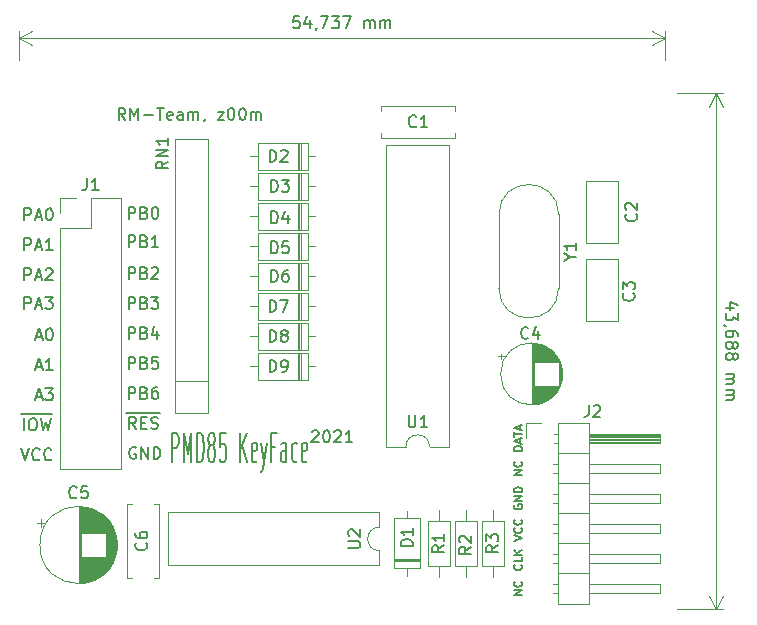
<source format=gbr>
%TF.GenerationSoftware,KiCad,Pcbnew,(5.1.9)-1*%
%TF.CreationDate,2021-05-20T14:53:22+02:00*%
%TF.ProjectId,pmd-keyface,706d642d-6b65-4796-9661-63652e6b6963,rev?*%
%TF.SameCoordinates,Original*%
%TF.FileFunction,Legend,Top*%
%TF.FilePolarity,Positive*%
%FSLAX46Y46*%
G04 Gerber Fmt 4.6, Leading zero omitted, Abs format (unit mm)*
G04 Created by KiCad (PCBNEW (5.1.9)-1) date 2021-05-20 14:53:22*
%MOMM*%
%LPD*%
G01*
G04 APERTURE LIST*
%ADD10C,0.150000*%
%ADD11C,0.120000*%
G04 APERTURE END LIST*
D10*
X120077666Y-94530000D02*
X119377666Y-94530000D01*
X120077666Y-94130000D01*
X119377666Y-94130000D01*
X120011000Y-93396666D02*
X120044333Y-93430000D01*
X120077666Y-93530000D01*
X120077666Y-93596666D01*
X120044333Y-93696666D01*
X119977666Y-93763333D01*
X119911000Y-93796666D01*
X119777666Y-93830000D01*
X119677666Y-93830000D01*
X119544333Y-93796666D01*
X119477666Y-93763333D01*
X119411000Y-93696666D01*
X119377666Y-93596666D01*
X119377666Y-93530000D01*
X119411000Y-93430000D01*
X119444333Y-93396666D01*
X120077666Y-84370000D02*
X119377666Y-84370000D01*
X120077666Y-83970000D01*
X119377666Y-83970000D01*
X120011000Y-83236666D02*
X120044333Y-83270000D01*
X120077666Y-83370000D01*
X120077666Y-83436666D01*
X120044333Y-83536666D01*
X119977666Y-83603333D01*
X119911000Y-83636666D01*
X119777666Y-83670000D01*
X119677666Y-83670000D01*
X119544333Y-83636666D01*
X119477666Y-83603333D01*
X119411000Y-83536666D01*
X119377666Y-83436666D01*
X119377666Y-83370000D01*
X119411000Y-83270000D01*
X119444333Y-83236666D01*
X138009285Y-70247333D02*
X137342619Y-70247333D01*
X138390238Y-70009238D02*
X137675952Y-69771142D01*
X137675952Y-70390190D01*
X138342619Y-70675904D02*
X138342619Y-71294952D01*
X137961666Y-70961619D01*
X137961666Y-71104476D01*
X137914047Y-71199714D01*
X137866428Y-71247333D01*
X137771190Y-71294952D01*
X137533095Y-71294952D01*
X137437857Y-71247333D01*
X137390238Y-71199714D01*
X137342619Y-71104476D01*
X137342619Y-70818761D01*
X137390238Y-70723523D01*
X137437857Y-70675904D01*
X137390238Y-71771142D02*
X137342619Y-71771142D01*
X137247380Y-71723523D01*
X137199761Y-71675904D01*
X138342619Y-72628285D02*
X138342619Y-72437809D01*
X138295000Y-72342571D01*
X138247380Y-72294952D01*
X138104523Y-72199714D01*
X137914047Y-72152095D01*
X137533095Y-72152095D01*
X137437857Y-72199714D01*
X137390238Y-72247333D01*
X137342619Y-72342571D01*
X137342619Y-72533047D01*
X137390238Y-72628285D01*
X137437857Y-72675904D01*
X137533095Y-72723523D01*
X137771190Y-72723523D01*
X137866428Y-72675904D01*
X137914047Y-72628285D01*
X137961666Y-72533047D01*
X137961666Y-72342571D01*
X137914047Y-72247333D01*
X137866428Y-72199714D01*
X137771190Y-72152095D01*
X137914047Y-73294952D02*
X137961666Y-73199714D01*
X138009285Y-73152095D01*
X138104523Y-73104476D01*
X138152142Y-73104476D01*
X138247380Y-73152095D01*
X138295000Y-73199714D01*
X138342619Y-73294952D01*
X138342619Y-73485428D01*
X138295000Y-73580666D01*
X138247380Y-73628285D01*
X138152142Y-73675904D01*
X138104523Y-73675904D01*
X138009285Y-73628285D01*
X137961666Y-73580666D01*
X137914047Y-73485428D01*
X137914047Y-73294952D01*
X137866428Y-73199714D01*
X137818809Y-73152095D01*
X137723571Y-73104476D01*
X137533095Y-73104476D01*
X137437857Y-73152095D01*
X137390238Y-73199714D01*
X137342619Y-73294952D01*
X137342619Y-73485428D01*
X137390238Y-73580666D01*
X137437857Y-73628285D01*
X137533095Y-73675904D01*
X137723571Y-73675904D01*
X137818809Y-73628285D01*
X137866428Y-73580666D01*
X137914047Y-73485428D01*
X137914047Y-74247333D02*
X137961666Y-74152095D01*
X138009285Y-74104476D01*
X138104523Y-74056857D01*
X138152142Y-74056857D01*
X138247380Y-74104476D01*
X138295000Y-74152095D01*
X138342619Y-74247333D01*
X138342619Y-74437809D01*
X138295000Y-74533047D01*
X138247380Y-74580666D01*
X138152142Y-74628285D01*
X138104523Y-74628285D01*
X138009285Y-74580666D01*
X137961666Y-74533047D01*
X137914047Y-74437809D01*
X137914047Y-74247333D01*
X137866428Y-74152095D01*
X137818809Y-74104476D01*
X137723571Y-74056857D01*
X137533095Y-74056857D01*
X137437857Y-74104476D01*
X137390238Y-74152095D01*
X137342619Y-74247333D01*
X137342619Y-74437809D01*
X137390238Y-74533047D01*
X137437857Y-74580666D01*
X137533095Y-74628285D01*
X137723571Y-74628285D01*
X137818809Y-74580666D01*
X137866428Y-74533047D01*
X137914047Y-74437809D01*
X137342619Y-75818761D02*
X138009285Y-75818761D01*
X137914047Y-75818761D02*
X137961666Y-75866380D01*
X138009285Y-75961619D01*
X138009285Y-76104476D01*
X137961666Y-76199714D01*
X137866428Y-76247333D01*
X137342619Y-76247333D01*
X137866428Y-76247333D02*
X137961666Y-76294952D01*
X138009285Y-76390190D01*
X138009285Y-76533047D01*
X137961666Y-76628285D01*
X137866428Y-76675904D01*
X137342619Y-76675904D01*
X137342619Y-77152095D02*
X138009285Y-77152095D01*
X137914047Y-77152095D02*
X137961666Y-77199714D01*
X138009285Y-77294952D01*
X138009285Y-77437809D01*
X137961666Y-77533047D01*
X137866428Y-77580666D01*
X137342619Y-77580666D01*
X137866428Y-77580666D02*
X137961666Y-77628285D01*
X138009285Y-77723523D01*
X138009285Y-77866380D01*
X137961666Y-77961619D01*
X137866428Y-78009238D01*
X137342619Y-78009238D01*
D11*
X136525000Y-52070000D02*
X136525000Y-95758000D01*
X133223000Y-52070000D02*
X137111421Y-52070000D01*
X133223000Y-95758000D02*
X137111421Y-95758000D01*
X136525000Y-95758000D02*
X135938579Y-94631496D01*
X136525000Y-95758000D02*
X137111421Y-94631496D01*
X136525000Y-52070000D02*
X135938579Y-53196504D01*
X136525000Y-52070000D02*
X137111421Y-53196504D01*
D10*
X101219452Y-45553380D02*
X100743261Y-45553380D01*
X100695642Y-46029571D01*
X100743261Y-45981952D01*
X100838500Y-45934333D01*
X101076595Y-45934333D01*
X101171833Y-45981952D01*
X101219452Y-46029571D01*
X101267071Y-46124809D01*
X101267071Y-46362904D01*
X101219452Y-46458142D01*
X101171833Y-46505761D01*
X101076595Y-46553380D01*
X100838500Y-46553380D01*
X100743261Y-46505761D01*
X100695642Y-46458142D01*
X102124214Y-45886714D02*
X102124214Y-46553380D01*
X101886119Y-45505761D02*
X101648023Y-46220047D01*
X102267071Y-46220047D01*
X102695642Y-46505761D02*
X102695642Y-46553380D01*
X102648023Y-46648619D01*
X102600404Y-46696238D01*
X103028976Y-45553380D02*
X103695642Y-45553380D01*
X103267071Y-46553380D01*
X103981357Y-45553380D02*
X104600404Y-45553380D01*
X104267071Y-45934333D01*
X104409928Y-45934333D01*
X104505166Y-45981952D01*
X104552785Y-46029571D01*
X104600404Y-46124809D01*
X104600404Y-46362904D01*
X104552785Y-46458142D01*
X104505166Y-46505761D01*
X104409928Y-46553380D01*
X104124214Y-46553380D01*
X104028976Y-46505761D01*
X103981357Y-46458142D01*
X104933738Y-45553380D02*
X105600404Y-45553380D01*
X105171833Y-46553380D01*
X106743261Y-46553380D02*
X106743261Y-45886714D01*
X106743261Y-45981952D02*
X106790880Y-45934333D01*
X106886119Y-45886714D01*
X107028976Y-45886714D01*
X107124214Y-45934333D01*
X107171833Y-46029571D01*
X107171833Y-46553380D01*
X107171833Y-46029571D02*
X107219452Y-45934333D01*
X107314690Y-45886714D01*
X107457547Y-45886714D01*
X107552785Y-45934333D01*
X107600404Y-46029571D01*
X107600404Y-46553380D01*
X108076595Y-46553380D02*
X108076595Y-45886714D01*
X108076595Y-45981952D02*
X108124214Y-45934333D01*
X108219452Y-45886714D01*
X108362309Y-45886714D01*
X108457547Y-45934333D01*
X108505166Y-46029571D01*
X108505166Y-46553380D01*
X108505166Y-46029571D02*
X108552785Y-45934333D01*
X108648023Y-45886714D01*
X108790880Y-45886714D01*
X108886119Y-45934333D01*
X108933738Y-46029571D01*
X108933738Y-46553380D01*
D11*
X77470000Y-47371000D02*
X132207000Y-47371000D01*
X77470000Y-49276000D02*
X77470000Y-46784579D01*
X132207000Y-49276000D02*
X132207000Y-46784579D01*
X132207000Y-47371000D02*
X131080496Y-47957421D01*
X132207000Y-47371000D02*
X131080496Y-46784579D01*
X77470000Y-47371000D02*
X78596504Y-47957421D01*
X77470000Y-47371000D02*
X78596504Y-46784579D01*
D10*
X119377666Y-89960333D02*
X120077666Y-89727000D01*
X119377666Y-89493666D01*
X120011000Y-88860333D02*
X120044333Y-88893666D01*
X120077666Y-88993666D01*
X120077666Y-89060333D01*
X120044333Y-89160333D01*
X119977666Y-89227000D01*
X119911000Y-89260333D01*
X119777666Y-89293666D01*
X119677666Y-89293666D01*
X119544333Y-89260333D01*
X119477666Y-89227000D01*
X119411000Y-89160333D01*
X119377666Y-89060333D01*
X119377666Y-88993666D01*
X119411000Y-88893666D01*
X119444333Y-88860333D01*
X120011000Y-88160333D02*
X120044333Y-88193666D01*
X120077666Y-88293666D01*
X120077666Y-88360333D01*
X120044333Y-88460333D01*
X119977666Y-88527000D01*
X119911000Y-88560333D01*
X119777666Y-88593666D01*
X119677666Y-88593666D01*
X119544333Y-88560333D01*
X119477666Y-88527000D01*
X119411000Y-88460333D01*
X119377666Y-88360333D01*
X119377666Y-88293666D01*
X119411000Y-88193666D01*
X119444333Y-88160333D01*
X120077666Y-82330000D02*
X119377666Y-82330000D01*
X119377666Y-82163333D01*
X119411000Y-82063333D01*
X119477666Y-81996666D01*
X119544333Y-81963333D01*
X119677666Y-81930000D01*
X119777666Y-81930000D01*
X119911000Y-81963333D01*
X119977666Y-81996666D01*
X120044333Y-82063333D01*
X120077666Y-82163333D01*
X120077666Y-82330000D01*
X119877666Y-81663333D02*
X119877666Y-81330000D01*
X120077666Y-81730000D02*
X119377666Y-81496666D01*
X120077666Y-81263333D01*
X119377666Y-81130000D02*
X119377666Y-80730000D01*
X120077666Y-80930000D02*
X119377666Y-80930000D01*
X119877666Y-80530000D02*
X119877666Y-80196666D01*
X120077666Y-80596666D02*
X119377666Y-80363333D01*
X120077666Y-80130000D01*
X119411000Y-86893333D02*
X119377666Y-86960000D01*
X119377666Y-87060000D01*
X119411000Y-87160000D01*
X119477666Y-87226666D01*
X119544333Y-87260000D01*
X119677666Y-87293333D01*
X119777666Y-87293333D01*
X119911000Y-87260000D01*
X119977666Y-87226666D01*
X120044333Y-87160000D01*
X120077666Y-87060000D01*
X120077666Y-86993333D01*
X120044333Y-86893333D01*
X120011000Y-86860000D01*
X119777666Y-86860000D01*
X119777666Y-86993333D01*
X120077666Y-86560000D02*
X119377666Y-86560000D01*
X120077666Y-86160000D01*
X119377666Y-86160000D01*
X120077666Y-85826666D02*
X119377666Y-85826666D01*
X119377666Y-85660000D01*
X119411000Y-85560000D01*
X119477666Y-85493333D01*
X119544333Y-85460000D01*
X119677666Y-85426666D01*
X119777666Y-85426666D01*
X119911000Y-85460000D01*
X119977666Y-85493333D01*
X120044333Y-85560000D01*
X120077666Y-85660000D01*
X120077666Y-85826666D01*
X120011000Y-91983666D02*
X120044333Y-92017000D01*
X120077666Y-92117000D01*
X120077666Y-92183666D01*
X120044333Y-92283666D01*
X119977666Y-92350333D01*
X119911000Y-92383666D01*
X119777666Y-92417000D01*
X119677666Y-92417000D01*
X119544333Y-92383666D01*
X119477666Y-92350333D01*
X119411000Y-92283666D01*
X119377666Y-92183666D01*
X119377666Y-92117000D01*
X119411000Y-92017000D01*
X119444333Y-91983666D01*
X120077666Y-91350333D02*
X120077666Y-91683666D01*
X119377666Y-91683666D01*
X120077666Y-91117000D02*
X119377666Y-91117000D01*
X120077666Y-90717000D02*
X119677666Y-91017000D01*
X119377666Y-90717000D02*
X119777666Y-91117000D01*
X86495619Y-54300380D02*
X86162285Y-53824190D01*
X85924190Y-54300380D02*
X85924190Y-53300380D01*
X86305142Y-53300380D01*
X86400380Y-53348000D01*
X86448000Y-53395619D01*
X86495619Y-53490857D01*
X86495619Y-53633714D01*
X86448000Y-53728952D01*
X86400380Y-53776571D01*
X86305142Y-53824190D01*
X85924190Y-53824190D01*
X86924190Y-54300380D02*
X86924190Y-53300380D01*
X87257523Y-54014666D01*
X87590857Y-53300380D01*
X87590857Y-54300380D01*
X88067047Y-53919428D02*
X88828952Y-53919428D01*
X89162285Y-53300380D02*
X89733714Y-53300380D01*
X89448000Y-54300380D02*
X89448000Y-53300380D01*
X90448000Y-54252761D02*
X90352761Y-54300380D01*
X90162285Y-54300380D01*
X90067047Y-54252761D01*
X90019428Y-54157523D01*
X90019428Y-53776571D01*
X90067047Y-53681333D01*
X90162285Y-53633714D01*
X90352761Y-53633714D01*
X90448000Y-53681333D01*
X90495619Y-53776571D01*
X90495619Y-53871809D01*
X90019428Y-53967047D01*
X91352761Y-54300380D02*
X91352761Y-53776571D01*
X91305142Y-53681333D01*
X91209904Y-53633714D01*
X91019428Y-53633714D01*
X90924190Y-53681333D01*
X91352761Y-54252761D02*
X91257523Y-54300380D01*
X91019428Y-54300380D01*
X90924190Y-54252761D01*
X90876571Y-54157523D01*
X90876571Y-54062285D01*
X90924190Y-53967047D01*
X91019428Y-53919428D01*
X91257523Y-53919428D01*
X91352761Y-53871809D01*
X91828952Y-54300380D02*
X91828952Y-53633714D01*
X91828952Y-53728952D02*
X91876571Y-53681333D01*
X91971809Y-53633714D01*
X92114666Y-53633714D01*
X92209904Y-53681333D01*
X92257523Y-53776571D01*
X92257523Y-54300380D01*
X92257523Y-53776571D02*
X92305142Y-53681333D01*
X92400380Y-53633714D01*
X92543238Y-53633714D01*
X92638476Y-53681333D01*
X92686095Y-53776571D01*
X92686095Y-54300380D01*
X93209904Y-54252761D02*
X93209904Y-54300380D01*
X93162285Y-54395619D01*
X93114666Y-54443238D01*
X94305142Y-53633714D02*
X94828952Y-53633714D01*
X94305142Y-54300380D01*
X94828952Y-54300380D01*
X95400380Y-53300380D02*
X95495619Y-53300380D01*
X95590857Y-53348000D01*
X95638476Y-53395619D01*
X95686095Y-53490857D01*
X95733714Y-53681333D01*
X95733714Y-53919428D01*
X95686095Y-54109904D01*
X95638476Y-54205142D01*
X95590857Y-54252761D01*
X95495619Y-54300380D01*
X95400380Y-54300380D01*
X95305142Y-54252761D01*
X95257523Y-54205142D01*
X95209904Y-54109904D01*
X95162285Y-53919428D01*
X95162285Y-53681333D01*
X95209904Y-53490857D01*
X95257523Y-53395619D01*
X95305142Y-53348000D01*
X95400380Y-53300380D01*
X96352761Y-53300380D02*
X96448000Y-53300380D01*
X96543238Y-53348000D01*
X96590857Y-53395619D01*
X96638476Y-53490857D01*
X96686095Y-53681333D01*
X96686095Y-53919428D01*
X96638476Y-54109904D01*
X96590857Y-54205142D01*
X96543238Y-54252761D01*
X96448000Y-54300380D01*
X96352761Y-54300380D01*
X96257523Y-54252761D01*
X96209904Y-54205142D01*
X96162285Y-54109904D01*
X96114666Y-53919428D01*
X96114666Y-53681333D01*
X96162285Y-53490857D01*
X96209904Y-53395619D01*
X96257523Y-53348000D01*
X96352761Y-53300380D01*
X97114666Y-54300380D02*
X97114666Y-53633714D01*
X97114666Y-53728952D02*
X97162285Y-53681333D01*
X97257523Y-53633714D01*
X97400380Y-53633714D01*
X97495619Y-53681333D01*
X97543238Y-53776571D01*
X97543238Y-54300380D01*
X97543238Y-53776571D02*
X97590857Y-53681333D01*
X97686095Y-53633714D01*
X97828952Y-53633714D01*
X97924190Y-53681333D01*
X97971809Y-53776571D01*
X97971809Y-54300380D01*
X102298714Y-80700619D02*
X102346333Y-80653000D01*
X102441571Y-80605380D01*
X102679666Y-80605380D01*
X102774904Y-80653000D01*
X102822523Y-80700619D01*
X102870142Y-80795857D01*
X102870142Y-80891095D01*
X102822523Y-81033952D01*
X102251095Y-81605380D01*
X102870142Y-81605380D01*
X103489190Y-80605380D02*
X103584428Y-80605380D01*
X103679666Y-80653000D01*
X103727285Y-80700619D01*
X103774904Y-80795857D01*
X103822523Y-80986333D01*
X103822523Y-81224428D01*
X103774904Y-81414904D01*
X103727285Y-81510142D01*
X103679666Y-81557761D01*
X103584428Y-81605380D01*
X103489190Y-81605380D01*
X103393952Y-81557761D01*
X103346333Y-81510142D01*
X103298714Y-81414904D01*
X103251095Y-81224428D01*
X103251095Y-80986333D01*
X103298714Y-80795857D01*
X103346333Y-80700619D01*
X103393952Y-80653000D01*
X103489190Y-80605380D01*
X104203476Y-80700619D02*
X104251095Y-80653000D01*
X104346333Y-80605380D01*
X104584428Y-80605380D01*
X104679666Y-80653000D01*
X104727285Y-80700619D01*
X104774904Y-80795857D01*
X104774904Y-80891095D01*
X104727285Y-81033952D01*
X104155857Y-81605380D01*
X104774904Y-81605380D01*
X105727285Y-81605380D02*
X105155857Y-81605380D01*
X105441571Y-81605380D02*
X105441571Y-80605380D01*
X105346333Y-80748238D01*
X105251095Y-80843476D01*
X105155857Y-80891095D01*
X90424714Y-83299952D02*
X90424714Y-80799952D01*
X90805666Y-80799952D01*
X90900904Y-80919000D01*
X90948523Y-81038047D01*
X90996142Y-81276142D01*
X90996142Y-81633285D01*
X90948523Y-81871380D01*
X90900904Y-81990428D01*
X90805666Y-82109476D01*
X90424714Y-82109476D01*
X91424714Y-83299952D02*
X91424714Y-80799952D01*
X91758047Y-82585666D01*
X92091380Y-80799952D01*
X92091380Y-83299952D01*
X92567571Y-83299952D02*
X92567571Y-80799952D01*
X92805666Y-80799952D01*
X92948523Y-80919000D01*
X93043761Y-81157095D01*
X93091380Y-81395190D01*
X93139000Y-81871380D01*
X93139000Y-82228523D01*
X93091380Y-82704714D01*
X93043761Y-82942809D01*
X92948523Y-83180904D01*
X92805666Y-83299952D01*
X92567571Y-83299952D01*
X93710428Y-81871380D02*
X93615190Y-81752333D01*
X93567571Y-81633285D01*
X93519952Y-81395190D01*
X93519952Y-81276142D01*
X93567571Y-81038047D01*
X93615190Y-80919000D01*
X93710428Y-80799952D01*
X93900904Y-80799952D01*
X93996142Y-80919000D01*
X94043761Y-81038047D01*
X94091380Y-81276142D01*
X94091380Y-81395190D01*
X94043761Y-81633285D01*
X93996142Y-81752333D01*
X93900904Y-81871380D01*
X93710428Y-81871380D01*
X93615190Y-81990428D01*
X93567571Y-82109476D01*
X93519952Y-82347571D01*
X93519952Y-82823761D01*
X93567571Y-83061857D01*
X93615190Y-83180904D01*
X93710428Y-83299952D01*
X93900904Y-83299952D01*
X93996142Y-83180904D01*
X94043761Y-83061857D01*
X94091380Y-82823761D01*
X94091380Y-82347571D01*
X94043761Y-82109476D01*
X93996142Y-81990428D01*
X93900904Y-81871380D01*
X94996142Y-80799952D02*
X94519952Y-80799952D01*
X94472333Y-81990428D01*
X94519952Y-81871380D01*
X94615190Y-81752333D01*
X94853285Y-81752333D01*
X94948523Y-81871380D01*
X94996142Y-81990428D01*
X95043761Y-82228523D01*
X95043761Y-82823761D01*
X94996142Y-83061857D01*
X94948523Y-83180904D01*
X94853285Y-83299952D01*
X94615190Y-83299952D01*
X94519952Y-83180904D01*
X94472333Y-83061857D01*
X96234238Y-83299952D02*
X96234238Y-80799952D01*
X96805666Y-83299952D02*
X96377095Y-81871380D01*
X96805666Y-80799952D02*
X96234238Y-82228523D01*
X97615190Y-83180904D02*
X97519952Y-83299952D01*
X97329476Y-83299952D01*
X97234238Y-83180904D01*
X97186619Y-82942809D01*
X97186619Y-81990428D01*
X97234238Y-81752333D01*
X97329476Y-81633285D01*
X97519952Y-81633285D01*
X97615190Y-81752333D01*
X97662809Y-81990428D01*
X97662809Y-82228523D01*
X97186619Y-82466619D01*
X97996142Y-81633285D02*
X98234238Y-83299952D01*
X98472333Y-81633285D02*
X98234238Y-83299952D01*
X98139000Y-83895190D01*
X98091380Y-84014238D01*
X97996142Y-84133285D01*
X99186619Y-81990428D02*
X98853285Y-81990428D01*
X98853285Y-83299952D02*
X98853285Y-80799952D01*
X99329476Y-80799952D01*
X100139000Y-83299952D02*
X100139000Y-81990428D01*
X100091380Y-81752333D01*
X99996142Y-81633285D01*
X99805666Y-81633285D01*
X99710428Y-81752333D01*
X100139000Y-83180904D02*
X100043761Y-83299952D01*
X99805666Y-83299952D01*
X99710428Y-83180904D01*
X99662809Y-82942809D01*
X99662809Y-82704714D01*
X99710428Y-82466619D01*
X99805666Y-82347571D01*
X100043761Y-82347571D01*
X100139000Y-82228523D01*
X101043761Y-83180904D02*
X100948523Y-83299952D01*
X100758047Y-83299952D01*
X100662809Y-83180904D01*
X100615190Y-83061857D01*
X100567571Y-82823761D01*
X100567571Y-82109476D01*
X100615190Y-81871380D01*
X100662809Y-81752333D01*
X100758047Y-81633285D01*
X100948523Y-81633285D01*
X101043761Y-81752333D01*
X101853285Y-83180904D02*
X101758047Y-83299952D01*
X101567571Y-83299952D01*
X101472333Y-83180904D01*
X101424714Y-82942809D01*
X101424714Y-81990428D01*
X101472333Y-81752333D01*
X101567571Y-81633285D01*
X101758047Y-81633285D01*
X101853285Y-81752333D01*
X101900904Y-81990428D01*
X101900904Y-82228523D01*
X101424714Y-82466619D01*
X87376095Y-82050000D02*
X87280857Y-82002380D01*
X87138000Y-82002380D01*
X86995142Y-82050000D01*
X86899904Y-82145238D01*
X86852285Y-82240476D01*
X86804666Y-82430952D01*
X86804666Y-82573809D01*
X86852285Y-82764285D01*
X86899904Y-82859523D01*
X86995142Y-82954761D01*
X87138000Y-83002380D01*
X87233238Y-83002380D01*
X87376095Y-82954761D01*
X87423714Y-82907142D01*
X87423714Y-82573809D01*
X87233238Y-82573809D01*
X87852285Y-83002380D02*
X87852285Y-82002380D01*
X88423714Y-83002380D01*
X88423714Y-82002380D01*
X88899904Y-83002380D02*
X88899904Y-82002380D01*
X89138000Y-82002380D01*
X89280857Y-82050000D01*
X89376095Y-82145238D01*
X89423714Y-82240476D01*
X89471333Y-82430952D01*
X89471333Y-82573809D01*
X89423714Y-82764285D01*
X89376095Y-82859523D01*
X89280857Y-82954761D01*
X89138000Y-83002380D01*
X88899904Y-83002380D01*
X86582428Y-79095000D02*
X87582428Y-79095000D01*
X87391952Y-80462380D02*
X87058619Y-79986190D01*
X86820523Y-80462380D02*
X86820523Y-79462380D01*
X87201476Y-79462380D01*
X87296714Y-79510000D01*
X87344333Y-79557619D01*
X87391952Y-79652857D01*
X87391952Y-79795714D01*
X87344333Y-79890952D01*
X87296714Y-79938571D01*
X87201476Y-79986190D01*
X86820523Y-79986190D01*
X87582428Y-79095000D02*
X88487190Y-79095000D01*
X87820523Y-79938571D02*
X88153857Y-79938571D01*
X88296714Y-80462380D02*
X87820523Y-80462380D01*
X87820523Y-79462380D01*
X88296714Y-79462380D01*
X88487190Y-79095000D02*
X89439571Y-79095000D01*
X88677666Y-80414761D02*
X88820523Y-80462380D01*
X89058619Y-80462380D01*
X89153857Y-80414761D01*
X89201476Y-80367142D01*
X89249095Y-80271904D01*
X89249095Y-80176666D01*
X89201476Y-80081428D01*
X89153857Y-80033809D01*
X89058619Y-79986190D01*
X88868142Y-79938571D01*
X88772904Y-79890952D01*
X88725285Y-79843333D01*
X88677666Y-79748095D01*
X88677666Y-79652857D01*
X88725285Y-79557619D01*
X88772904Y-79510000D01*
X88868142Y-79462380D01*
X89106238Y-79462380D01*
X89249095Y-79510000D01*
X86772904Y-77922380D02*
X86772904Y-76922380D01*
X87153857Y-76922380D01*
X87249095Y-76970000D01*
X87296714Y-77017619D01*
X87344333Y-77112857D01*
X87344333Y-77255714D01*
X87296714Y-77350952D01*
X87249095Y-77398571D01*
X87153857Y-77446190D01*
X86772904Y-77446190D01*
X88106238Y-77398571D02*
X88249095Y-77446190D01*
X88296714Y-77493809D01*
X88344333Y-77589047D01*
X88344333Y-77731904D01*
X88296714Y-77827142D01*
X88249095Y-77874761D01*
X88153857Y-77922380D01*
X87772904Y-77922380D01*
X87772904Y-76922380D01*
X88106238Y-76922380D01*
X88201476Y-76970000D01*
X88249095Y-77017619D01*
X88296714Y-77112857D01*
X88296714Y-77208095D01*
X88249095Y-77303333D01*
X88201476Y-77350952D01*
X88106238Y-77398571D01*
X87772904Y-77398571D01*
X89201476Y-76922380D02*
X89011000Y-76922380D01*
X88915761Y-76970000D01*
X88868142Y-77017619D01*
X88772904Y-77160476D01*
X88725285Y-77350952D01*
X88725285Y-77731904D01*
X88772904Y-77827142D01*
X88820523Y-77874761D01*
X88915761Y-77922380D01*
X89106238Y-77922380D01*
X89201476Y-77874761D01*
X89249095Y-77827142D01*
X89296714Y-77731904D01*
X89296714Y-77493809D01*
X89249095Y-77398571D01*
X89201476Y-77350952D01*
X89106238Y-77303333D01*
X88915761Y-77303333D01*
X88820523Y-77350952D01*
X88772904Y-77398571D01*
X88725285Y-77493809D01*
X86772904Y-75382380D02*
X86772904Y-74382380D01*
X87153857Y-74382380D01*
X87249095Y-74430000D01*
X87296714Y-74477619D01*
X87344333Y-74572857D01*
X87344333Y-74715714D01*
X87296714Y-74810952D01*
X87249095Y-74858571D01*
X87153857Y-74906190D01*
X86772904Y-74906190D01*
X88106238Y-74858571D02*
X88249095Y-74906190D01*
X88296714Y-74953809D01*
X88344333Y-75049047D01*
X88344333Y-75191904D01*
X88296714Y-75287142D01*
X88249095Y-75334761D01*
X88153857Y-75382380D01*
X87772904Y-75382380D01*
X87772904Y-74382380D01*
X88106238Y-74382380D01*
X88201476Y-74430000D01*
X88249095Y-74477619D01*
X88296714Y-74572857D01*
X88296714Y-74668095D01*
X88249095Y-74763333D01*
X88201476Y-74810952D01*
X88106238Y-74858571D01*
X87772904Y-74858571D01*
X89249095Y-74382380D02*
X88772904Y-74382380D01*
X88725285Y-74858571D01*
X88772904Y-74810952D01*
X88868142Y-74763333D01*
X89106238Y-74763333D01*
X89201476Y-74810952D01*
X89249095Y-74858571D01*
X89296714Y-74953809D01*
X89296714Y-75191904D01*
X89249095Y-75287142D01*
X89201476Y-75334761D01*
X89106238Y-75382380D01*
X88868142Y-75382380D01*
X88772904Y-75334761D01*
X88725285Y-75287142D01*
X86772904Y-72842380D02*
X86772904Y-71842380D01*
X87153857Y-71842380D01*
X87249095Y-71890000D01*
X87296714Y-71937619D01*
X87344333Y-72032857D01*
X87344333Y-72175714D01*
X87296714Y-72270952D01*
X87249095Y-72318571D01*
X87153857Y-72366190D01*
X86772904Y-72366190D01*
X88106238Y-72318571D02*
X88249095Y-72366190D01*
X88296714Y-72413809D01*
X88344333Y-72509047D01*
X88344333Y-72651904D01*
X88296714Y-72747142D01*
X88249095Y-72794761D01*
X88153857Y-72842380D01*
X87772904Y-72842380D01*
X87772904Y-71842380D01*
X88106238Y-71842380D01*
X88201476Y-71890000D01*
X88249095Y-71937619D01*
X88296714Y-72032857D01*
X88296714Y-72128095D01*
X88249095Y-72223333D01*
X88201476Y-72270952D01*
X88106238Y-72318571D01*
X87772904Y-72318571D01*
X89201476Y-72175714D02*
X89201476Y-72842380D01*
X88963380Y-71794761D02*
X88725285Y-72509047D01*
X89344333Y-72509047D01*
X86772904Y-70302380D02*
X86772904Y-69302380D01*
X87153857Y-69302380D01*
X87249095Y-69350000D01*
X87296714Y-69397619D01*
X87344333Y-69492857D01*
X87344333Y-69635714D01*
X87296714Y-69730952D01*
X87249095Y-69778571D01*
X87153857Y-69826190D01*
X86772904Y-69826190D01*
X88106238Y-69778571D02*
X88249095Y-69826190D01*
X88296714Y-69873809D01*
X88344333Y-69969047D01*
X88344333Y-70111904D01*
X88296714Y-70207142D01*
X88249095Y-70254761D01*
X88153857Y-70302380D01*
X87772904Y-70302380D01*
X87772904Y-69302380D01*
X88106238Y-69302380D01*
X88201476Y-69350000D01*
X88249095Y-69397619D01*
X88296714Y-69492857D01*
X88296714Y-69588095D01*
X88249095Y-69683333D01*
X88201476Y-69730952D01*
X88106238Y-69778571D01*
X87772904Y-69778571D01*
X88677666Y-69302380D02*
X89296714Y-69302380D01*
X88963380Y-69683333D01*
X89106238Y-69683333D01*
X89201476Y-69730952D01*
X89249095Y-69778571D01*
X89296714Y-69873809D01*
X89296714Y-70111904D01*
X89249095Y-70207142D01*
X89201476Y-70254761D01*
X89106238Y-70302380D01*
X88820523Y-70302380D01*
X88725285Y-70254761D01*
X88677666Y-70207142D01*
X86772904Y-67762380D02*
X86772904Y-66762380D01*
X87153857Y-66762380D01*
X87249095Y-66810000D01*
X87296714Y-66857619D01*
X87344333Y-66952857D01*
X87344333Y-67095714D01*
X87296714Y-67190952D01*
X87249095Y-67238571D01*
X87153857Y-67286190D01*
X86772904Y-67286190D01*
X88106238Y-67238571D02*
X88249095Y-67286190D01*
X88296714Y-67333809D01*
X88344333Y-67429047D01*
X88344333Y-67571904D01*
X88296714Y-67667142D01*
X88249095Y-67714761D01*
X88153857Y-67762380D01*
X87772904Y-67762380D01*
X87772904Y-66762380D01*
X88106238Y-66762380D01*
X88201476Y-66810000D01*
X88249095Y-66857619D01*
X88296714Y-66952857D01*
X88296714Y-67048095D01*
X88249095Y-67143333D01*
X88201476Y-67190952D01*
X88106238Y-67238571D01*
X87772904Y-67238571D01*
X88725285Y-66857619D02*
X88772904Y-66810000D01*
X88868142Y-66762380D01*
X89106238Y-66762380D01*
X89201476Y-66810000D01*
X89249095Y-66857619D01*
X89296714Y-66952857D01*
X89296714Y-67048095D01*
X89249095Y-67190952D01*
X88677666Y-67762380D01*
X89296714Y-67762380D01*
X86772904Y-65095380D02*
X86772904Y-64095380D01*
X87153857Y-64095380D01*
X87249095Y-64143000D01*
X87296714Y-64190619D01*
X87344333Y-64285857D01*
X87344333Y-64428714D01*
X87296714Y-64523952D01*
X87249095Y-64571571D01*
X87153857Y-64619190D01*
X86772904Y-64619190D01*
X88106238Y-64571571D02*
X88249095Y-64619190D01*
X88296714Y-64666809D01*
X88344333Y-64762047D01*
X88344333Y-64904904D01*
X88296714Y-65000142D01*
X88249095Y-65047761D01*
X88153857Y-65095380D01*
X87772904Y-65095380D01*
X87772904Y-64095380D01*
X88106238Y-64095380D01*
X88201476Y-64143000D01*
X88249095Y-64190619D01*
X88296714Y-64285857D01*
X88296714Y-64381095D01*
X88249095Y-64476333D01*
X88201476Y-64523952D01*
X88106238Y-64571571D01*
X87772904Y-64571571D01*
X89296714Y-65095380D02*
X88725285Y-65095380D01*
X89011000Y-65095380D02*
X89011000Y-64095380D01*
X88915761Y-64238238D01*
X88820523Y-64333476D01*
X88725285Y-64381095D01*
X86772904Y-62682380D02*
X86772904Y-61682380D01*
X87153857Y-61682380D01*
X87249095Y-61730000D01*
X87296714Y-61777619D01*
X87344333Y-61872857D01*
X87344333Y-62015714D01*
X87296714Y-62110952D01*
X87249095Y-62158571D01*
X87153857Y-62206190D01*
X86772904Y-62206190D01*
X88106238Y-62158571D02*
X88249095Y-62206190D01*
X88296714Y-62253809D01*
X88344333Y-62349047D01*
X88344333Y-62491904D01*
X88296714Y-62587142D01*
X88249095Y-62634761D01*
X88153857Y-62682380D01*
X87772904Y-62682380D01*
X87772904Y-61682380D01*
X88106238Y-61682380D01*
X88201476Y-61730000D01*
X88249095Y-61777619D01*
X88296714Y-61872857D01*
X88296714Y-61968095D01*
X88249095Y-62063333D01*
X88201476Y-62110952D01*
X88106238Y-62158571D01*
X87772904Y-62158571D01*
X88963380Y-61682380D02*
X89058619Y-61682380D01*
X89153857Y-61730000D01*
X89201476Y-61777619D01*
X89249095Y-61872857D01*
X89296714Y-62063333D01*
X89296714Y-62301428D01*
X89249095Y-62491904D01*
X89201476Y-62587142D01*
X89153857Y-62634761D01*
X89058619Y-62682380D01*
X88963380Y-62682380D01*
X88868142Y-62634761D01*
X88820523Y-62587142D01*
X88772904Y-62491904D01*
X88725285Y-62301428D01*
X88725285Y-62063333D01*
X88772904Y-61872857D01*
X88820523Y-61777619D01*
X88868142Y-61730000D01*
X88963380Y-61682380D01*
X77660666Y-82129380D02*
X77994000Y-83129380D01*
X78327333Y-82129380D01*
X79232095Y-83034142D02*
X79184476Y-83081761D01*
X79041619Y-83129380D01*
X78946380Y-83129380D01*
X78803523Y-83081761D01*
X78708285Y-82986523D01*
X78660666Y-82891285D01*
X78613047Y-82700809D01*
X78613047Y-82557952D01*
X78660666Y-82367476D01*
X78708285Y-82272238D01*
X78803523Y-82177000D01*
X78946380Y-82129380D01*
X79041619Y-82129380D01*
X79184476Y-82177000D01*
X79232095Y-82224619D01*
X80232095Y-83034142D02*
X80184476Y-83081761D01*
X80041619Y-83129380D01*
X79946380Y-83129380D01*
X79803523Y-83081761D01*
X79708285Y-82986523D01*
X79660666Y-82891285D01*
X79613047Y-82700809D01*
X79613047Y-82557952D01*
X79660666Y-82367476D01*
X79708285Y-82272238D01*
X79803523Y-82177000D01*
X79946380Y-82129380D01*
X80041619Y-82129380D01*
X80184476Y-82177000D01*
X80232095Y-82224619D01*
X77660666Y-79222000D02*
X78136857Y-79222000D01*
X77898761Y-80589380D02*
X77898761Y-79589380D01*
X78136857Y-79222000D02*
X79184476Y-79222000D01*
X78565428Y-79589380D02*
X78755904Y-79589380D01*
X78851142Y-79637000D01*
X78946380Y-79732238D01*
X78994000Y-79922714D01*
X78994000Y-80256047D01*
X78946380Y-80446523D01*
X78851142Y-80541761D01*
X78755904Y-80589380D01*
X78565428Y-80589380D01*
X78470190Y-80541761D01*
X78374952Y-80446523D01*
X78327333Y-80256047D01*
X78327333Y-79922714D01*
X78374952Y-79732238D01*
X78470190Y-79637000D01*
X78565428Y-79589380D01*
X79184476Y-79222000D02*
X80327333Y-79222000D01*
X79327333Y-79589380D02*
X79565428Y-80589380D01*
X79755904Y-79875095D01*
X79946380Y-80589380D01*
X80184476Y-79589380D01*
X78914714Y-77763666D02*
X79390904Y-77763666D01*
X78819476Y-78049380D02*
X79152809Y-77049380D01*
X79486142Y-78049380D01*
X79724238Y-77049380D02*
X80343285Y-77049380D01*
X80009952Y-77430333D01*
X80152809Y-77430333D01*
X80248047Y-77477952D01*
X80295666Y-77525571D01*
X80343285Y-77620809D01*
X80343285Y-77858904D01*
X80295666Y-77954142D01*
X80248047Y-78001761D01*
X80152809Y-78049380D01*
X79867095Y-78049380D01*
X79771857Y-78001761D01*
X79724238Y-77954142D01*
X78914714Y-75223666D02*
X79390904Y-75223666D01*
X78819476Y-75509380D02*
X79152809Y-74509380D01*
X79486142Y-75509380D01*
X80343285Y-75509380D02*
X79771857Y-75509380D01*
X80057571Y-75509380D02*
X80057571Y-74509380D01*
X79962333Y-74652238D01*
X79867095Y-74747476D01*
X79771857Y-74795095D01*
X78914714Y-72683666D02*
X79390904Y-72683666D01*
X78819476Y-72969380D02*
X79152809Y-71969380D01*
X79486142Y-72969380D01*
X80009952Y-71969380D02*
X80105190Y-71969380D01*
X80200428Y-72017000D01*
X80248047Y-72064619D01*
X80295666Y-72159857D01*
X80343285Y-72350333D01*
X80343285Y-72588428D01*
X80295666Y-72778904D01*
X80248047Y-72874142D01*
X80200428Y-72921761D01*
X80105190Y-72969380D01*
X80009952Y-72969380D01*
X79914714Y-72921761D01*
X79867095Y-72874142D01*
X79819476Y-72778904D01*
X79771857Y-72588428D01*
X79771857Y-72350333D01*
X79819476Y-72159857D01*
X79867095Y-72064619D01*
X79914714Y-72017000D01*
X80009952Y-71969380D01*
X77954333Y-70302380D02*
X77954333Y-69302380D01*
X78335285Y-69302380D01*
X78430523Y-69350000D01*
X78478142Y-69397619D01*
X78525761Y-69492857D01*
X78525761Y-69635714D01*
X78478142Y-69730952D01*
X78430523Y-69778571D01*
X78335285Y-69826190D01*
X77954333Y-69826190D01*
X78906714Y-70016666D02*
X79382904Y-70016666D01*
X78811476Y-70302380D02*
X79144809Y-69302380D01*
X79478142Y-70302380D01*
X79716238Y-69302380D02*
X80335285Y-69302380D01*
X80001952Y-69683333D01*
X80144809Y-69683333D01*
X80240047Y-69730952D01*
X80287666Y-69778571D01*
X80335285Y-69873809D01*
X80335285Y-70111904D01*
X80287666Y-70207142D01*
X80240047Y-70254761D01*
X80144809Y-70302380D01*
X79859095Y-70302380D01*
X79763857Y-70254761D01*
X79716238Y-70207142D01*
X77954333Y-67889380D02*
X77954333Y-66889380D01*
X78335285Y-66889380D01*
X78430523Y-66937000D01*
X78478142Y-66984619D01*
X78525761Y-67079857D01*
X78525761Y-67222714D01*
X78478142Y-67317952D01*
X78430523Y-67365571D01*
X78335285Y-67413190D01*
X77954333Y-67413190D01*
X78906714Y-67603666D02*
X79382904Y-67603666D01*
X78811476Y-67889380D02*
X79144809Y-66889380D01*
X79478142Y-67889380D01*
X79763857Y-66984619D02*
X79811476Y-66937000D01*
X79906714Y-66889380D01*
X80144809Y-66889380D01*
X80240047Y-66937000D01*
X80287666Y-66984619D01*
X80335285Y-67079857D01*
X80335285Y-67175095D01*
X80287666Y-67317952D01*
X79716238Y-67889380D01*
X80335285Y-67889380D01*
X77954333Y-65349380D02*
X77954333Y-64349380D01*
X78335285Y-64349380D01*
X78430523Y-64397000D01*
X78478142Y-64444619D01*
X78525761Y-64539857D01*
X78525761Y-64682714D01*
X78478142Y-64777952D01*
X78430523Y-64825571D01*
X78335285Y-64873190D01*
X77954333Y-64873190D01*
X78906714Y-65063666D02*
X79382904Y-65063666D01*
X78811476Y-65349380D02*
X79144809Y-64349380D01*
X79478142Y-65349380D01*
X80335285Y-65349380D02*
X79763857Y-65349380D01*
X80049571Y-65349380D02*
X80049571Y-64349380D01*
X79954333Y-64492238D01*
X79859095Y-64587476D01*
X79763857Y-64635095D01*
X77954333Y-62809380D02*
X77954333Y-61809380D01*
X78335285Y-61809380D01*
X78430523Y-61857000D01*
X78478142Y-61904619D01*
X78525761Y-61999857D01*
X78525761Y-62142714D01*
X78478142Y-62237952D01*
X78430523Y-62285571D01*
X78335285Y-62333190D01*
X77954333Y-62333190D01*
X78906714Y-62523666D02*
X79382904Y-62523666D01*
X78811476Y-62809380D02*
X79144809Y-61809380D01*
X79478142Y-62809380D01*
X80001952Y-61809380D02*
X80097190Y-61809380D01*
X80192428Y-61857000D01*
X80240047Y-61904619D01*
X80287666Y-61999857D01*
X80335285Y-62190333D01*
X80335285Y-62428428D01*
X80287666Y-62618904D01*
X80240047Y-62714142D01*
X80192428Y-62761761D01*
X80097190Y-62809380D01*
X80001952Y-62809380D01*
X79906714Y-62761761D01*
X79859095Y-62714142D01*
X79811476Y-62618904D01*
X79763857Y-62428428D01*
X79763857Y-62190333D01*
X79811476Y-61999857D01*
X79859095Y-61904619D01*
X79906714Y-61857000D01*
X80001952Y-61809380D01*
D11*
%TO.C,J2*%
X120396000Y-80010000D02*
X121666000Y-80010000D01*
X120396000Y-81280000D02*
X120396000Y-80010000D01*
X122708929Y-94360000D02*
X123106000Y-94360000D01*
X122708929Y-93600000D02*
X123106000Y-93600000D01*
X131766000Y-94360000D02*
X125766000Y-94360000D01*
X131766000Y-93600000D02*
X131766000Y-94360000D01*
X125766000Y-93600000D02*
X131766000Y-93600000D01*
X123106000Y-92710000D02*
X125766000Y-92710000D01*
X122708929Y-91820000D02*
X123106000Y-91820000D01*
X122708929Y-91060000D02*
X123106000Y-91060000D01*
X131766000Y-91820000D02*
X125766000Y-91820000D01*
X131766000Y-91060000D02*
X131766000Y-91820000D01*
X125766000Y-91060000D02*
X131766000Y-91060000D01*
X123106000Y-90170000D02*
X125766000Y-90170000D01*
X122708929Y-89280000D02*
X123106000Y-89280000D01*
X122708929Y-88520000D02*
X123106000Y-88520000D01*
X131766000Y-89280000D02*
X125766000Y-89280000D01*
X131766000Y-88520000D02*
X131766000Y-89280000D01*
X125766000Y-88520000D02*
X131766000Y-88520000D01*
X123106000Y-87630000D02*
X125766000Y-87630000D01*
X122708929Y-86740000D02*
X123106000Y-86740000D01*
X122708929Y-85980000D02*
X123106000Y-85980000D01*
X131766000Y-86740000D02*
X125766000Y-86740000D01*
X131766000Y-85980000D02*
X131766000Y-86740000D01*
X125766000Y-85980000D02*
X131766000Y-85980000D01*
X123106000Y-85090000D02*
X125766000Y-85090000D01*
X122708929Y-84200000D02*
X123106000Y-84200000D01*
X122708929Y-83440000D02*
X123106000Y-83440000D01*
X131766000Y-84200000D02*
X125766000Y-84200000D01*
X131766000Y-83440000D02*
X131766000Y-84200000D01*
X125766000Y-83440000D02*
X131766000Y-83440000D01*
X123106000Y-82550000D02*
X125766000Y-82550000D01*
X122776000Y-81660000D02*
X123106000Y-81660000D01*
X122776000Y-80900000D02*
X123106000Y-80900000D01*
X125766000Y-81560000D02*
X131766000Y-81560000D01*
X125766000Y-81440000D02*
X131766000Y-81440000D01*
X125766000Y-81320000D02*
X131766000Y-81320000D01*
X125766000Y-81200000D02*
X131766000Y-81200000D01*
X125766000Y-81080000D02*
X131766000Y-81080000D01*
X125766000Y-80960000D02*
X131766000Y-80960000D01*
X131766000Y-81660000D02*
X125766000Y-81660000D01*
X131766000Y-80900000D02*
X131766000Y-81660000D01*
X125766000Y-80900000D02*
X131766000Y-80900000D01*
X125766000Y-79950000D02*
X123106000Y-79950000D01*
X125766000Y-95310000D02*
X125766000Y-79950000D01*
X123106000Y-95310000D02*
X125766000Y-95310000D01*
X123106000Y-79950000D02*
X123106000Y-95310000D01*
%TO.C,C1*%
X108172000Y-53558000D02*
X108172000Y-53113000D01*
X108172000Y-55853000D02*
X108172000Y-55408000D01*
X114412000Y-53558000D02*
X114412000Y-53113000D01*
X114412000Y-55853000D02*
X114412000Y-55408000D01*
X114412000Y-53113000D02*
X108172000Y-53113000D01*
X114412000Y-55853000D02*
X108172000Y-55853000D01*
%TO.C,C2*%
X128243000Y-59503000D02*
X128243000Y-64743000D01*
X125503000Y-59503000D02*
X125503000Y-64743000D01*
X128243000Y-59503000D02*
X125503000Y-59503000D01*
X128243000Y-64743000D02*
X125503000Y-64743000D01*
%TO.C,C3*%
X125503000Y-66107000D02*
X128243000Y-66107000D01*
X125503000Y-71347000D02*
X128243000Y-71347000D01*
X128243000Y-71347000D02*
X128243000Y-66107000D01*
X125503000Y-71347000D02*
X125503000Y-66107000D01*
%TO.C,C4*%
X118329225Y-74094000D02*
X118329225Y-74594000D01*
X118079225Y-74344000D02*
X118579225Y-74344000D01*
X123485000Y-75535000D02*
X123485000Y-76103000D01*
X123445000Y-75301000D02*
X123445000Y-76337000D01*
X123405000Y-75142000D02*
X123405000Y-76496000D01*
X123365000Y-75014000D02*
X123365000Y-76624000D01*
X123325000Y-74904000D02*
X123325000Y-76734000D01*
X123285000Y-74808000D02*
X123285000Y-76830000D01*
X123245000Y-74721000D02*
X123245000Y-76917000D01*
X123205000Y-74641000D02*
X123205000Y-76997000D01*
X123165000Y-76859000D02*
X123165000Y-77070000D01*
X123165000Y-74568000D02*
X123165000Y-74779000D01*
X123125000Y-76859000D02*
X123125000Y-77138000D01*
X123125000Y-74500000D02*
X123125000Y-74779000D01*
X123085000Y-76859000D02*
X123085000Y-77202000D01*
X123085000Y-74436000D02*
X123085000Y-74779000D01*
X123045000Y-76859000D02*
X123045000Y-77262000D01*
X123045000Y-74376000D02*
X123045000Y-74779000D01*
X123005000Y-76859000D02*
X123005000Y-77319000D01*
X123005000Y-74319000D02*
X123005000Y-74779000D01*
X122965000Y-76859000D02*
X122965000Y-77373000D01*
X122965000Y-74265000D02*
X122965000Y-74779000D01*
X122925000Y-76859000D02*
X122925000Y-77424000D01*
X122925000Y-74214000D02*
X122925000Y-74779000D01*
X122885000Y-76859000D02*
X122885000Y-77472000D01*
X122885000Y-74166000D02*
X122885000Y-74779000D01*
X122845000Y-76859000D02*
X122845000Y-77518000D01*
X122845000Y-74120000D02*
X122845000Y-74779000D01*
X122805000Y-76859000D02*
X122805000Y-77562000D01*
X122805000Y-74076000D02*
X122805000Y-74779000D01*
X122765000Y-76859000D02*
X122765000Y-77604000D01*
X122765000Y-74034000D02*
X122765000Y-74779000D01*
X122725000Y-76859000D02*
X122725000Y-77645000D01*
X122725000Y-73993000D02*
X122725000Y-74779000D01*
X122685000Y-76859000D02*
X122685000Y-77683000D01*
X122685000Y-73955000D02*
X122685000Y-74779000D01*
X122645000Y-76859000D02*
X122645000Y-77720000D01*
X122645000Y-73918000D02*
X122645000Y-74779000D01*
X122605000Y-76859000D02*
X122605000Y-77756000D01*
X122605000Y-73882000D02*
X122605000Y-74779000D01*
X122565000Y-76859000D02*
X122565000Y-77790000D01*
X122565000Y-73848000D02*
X122565000Y-74779000D01*
X122525000Y-76859000D02*
X122525000Y-77823000D01*
X122525000Y-73815000D02*
X122525000Y-74779000D01*
X122485000Y-76859000D02*
X122485000Y-77854000D01*
X122485000Y-73784000D02*
X122485000Y-74779000D01*
X122445000Y-76859000D02*
X122445000Y-77884000D01*
X122445000Y-73754000D02*
X122445000Y-74779000D01*
X122405000Y-76859000D02*
X122405000Y-77914000D01*
X122405000Y-73724000D02*
X122405000Y-74779000D01*
X122365000Y-76859000D02*
X122365000Y-77941000D01*
X122365000Y-73697000D02*
X122365000Y-74779000D01*
X122325000Y-76859000D02*
X122325000Y-77968000D01*
X122325000Y-73670000D02*
X122325000Y-74779000D01*
X122285000Y-76859000D02*
X122285000Y-77994000D01*
X122285000Y-73644000D02*
X122285000Y-74779000D01*
X122245000Y-76859000D02*
X122245000Y-78019000D01*
X122245000Y-73619000D02*
X122245000Y-74779000D01*
X122205000Y-76859000D02*
X122205000Y-78043000D01*
X122205000Y-73595000D02*
X122205000Y-74779000D01*
X122165000Y-76859000D02*
X122165000Y-78066000D01*
X122165000Y-73572000D02*
X122165000Y-74779000D01*
X122125000Y-76859000D02*
X122125000Y-78087000D01*
X122125000Y-73551000D02*
X122125000Y-74779000D01*
X122085000Y-76859000D02*
X122085000Y-78109000D01*
X122085000Y-73529000D02*
X122085000Y-74779000D01*
X122045000Y-76859000D02*
X122045000Y-78129000D01*
X122045000Y-73509000D02*
X122045000Y-74779000D01*
X122005000Y-76859000D02*
X122005000Y-78148000D01*
X122005000Y-73490000D02*
X122005000Y-74779000D01*
X121965000Y-76859000D02*
X121965000Y-78167000D01*
X121965000Y-73471000D02*
X121965000Y-74779000D01*
X121925000Y-76859000D02*
X121925000Y-78184000D01*
X121925000Y-73454000D02*
X121925000Y-74779000D01*
X121885000Y-76859000D02*
X121885000Y-78201000D01*
X121885000Y-73437000D02*
X121885000Y-74779000D01*
X121845000Y-76859000D02*
X121845000Y-78217000D01*
X121845000Y-73421000D02*
X121845000Y-74779000D01*
X121805000Y-76859000D02*
X121805000Y-78233000D01*
X121805000Y-73405000D02*
X121805000Y-74779000D01*
X121765000Y-76859000D02*
X121765000Y-78247000D01*
X121765000Y-73391000D02*
X121765000Y-74779000D01*
X121725000Y-76859000D02*
X121725000Y-78261000D01*
X121725000Y-73377000D02*
X121725000Y-74779000D01*
X121685000Y-76859000D02*
X121685000Y-78274000D01*
X121685000Y-73364000D02*
X121685000Y-74779000D01*
X121645000Y-76859000D02*
X121645000Y-78287000D01*
X121645000Y-73351000D02*
X121645000Y-74779000D01*
X121605000Y-76859000D02*
X121605000Y-78299000D01*
X121605000Y-73339000D02*
X121605000Y-74779000D01*
X121564000Y-76859000D02*
X121564000Y-78310000D01*
X121564000Y-73328000D02*
X121564000Y-74779000D01*
X121524000Y-76859000D02*
X121524000Y-78320000D01*
X121524000Y-73318000D02*
X121524000Y-74779000D01*
X121484000Y-76859000D02*
X121484000Y-78330000D01*
X121484000Y-73308000D02*
X121484000Y-74779000D01*
X121444000Y-76859000D02*
X121444000Y-78339000D01*
X121444000Y-73299000D02*
X121444000Y-74779000D01*
X121404000Y-76859000D02*
X121404000Y-78347000D01*
X121404000Y-73291000D02*
X121404000Y-74779000D01*
X121364000Y-76859000D02*
X121364000Y-78355000D01*
X121364000Y-73283000D02*
X121364000Y-74779000D01*
X121324000Y-76859000D02*
X121324000Y-78362000D01*
X121324000Y-73276000D02*
X121324000Y-74779000D01*
X121284000Y-76859000D02*
X121284000Y-78369000D01*
X121284000Y-73269000D02*
X121284000Y-74779000D01*
X121244000Y-76859000D02*
X121244000Y-78375000D01*
X121244000Y-73263000D02*
X121244000Y-74779000D01*
X121204000Y-76859000D02*
X121204000Y-78380000D01*
X121204000Y-73258000D02*
X121204000Y-74779000D01*
X121164000Y-76859000D02*
X121164000Y-78384000D01*
X121164000Y-73254000D02*
X121164000Y-74779000D01*
X121124000Y-76859000D02*
X121124000Y-78388000D01*
X121124000Y-73250000D02*
X121124000Y-74779000D01*
X121084000Y-73246000D02*
X121084000Y-78392000D01*
X121044000Y-73243000D02*
X121044000Y-78395000D01*
X121004000Y-73241000D02*
X121004000Y-78397000D01*
X120964000Y-73240000D02*
X120964000Y-78398000D01*
X120924000Y-73239000D02*
X120924000Y-78399000D01*
X120884000Y-73239000D02*
X120884000Y-78399000D01*
X123504000Y-75819000D02*
G75*
G03*
X123504000Y-75819000I-2620000J0D01*
G01*
%TO.C,C5*%
X79344759Y-88143000D02*
X79344759Y-88773000D01*
X79029759Y-88458000D02*
X79659759Y-88458000D01*
X85771000Y-89895000D02*
X85771000Y-90699000D01*
X85731000Y-89664000D02*
X85731000Y-90930000D01*
X85691000Y-89495000D02*
X85691000Y-91099000D01*
X85651000Y-89357000D02*
X85651000Y-91237000D01*
X85611000Y-89238000D02*
X85611000Y-91356000D01*
X85571000Y-89132000D02*
X85571000Y-91462000D01*
X85531000Y-89035000D02*
X85531000Y-91559000D01*
X85491000Y-88947000D02*
X85491000Y-91647000D01*
X85451000Y-88865000D02*
X85451000Y-91729000D01*
X85411000Y-88788000D02*
X85411000Y-91806000D01*
X85371000Y-88716000D02*
X85371000Y-91878000D01*
X85331000Y-88647000D02*
X85331000Y-91947000D01*
X85291000Y-88583000D02*
X85291000Y-92011000D01*
X85251000Y-88521000D02*
X85251000Y-92073000D01*
X85211000Y-88463000D02*
X85211000Y-92131000D01*
X85171000Y-88407000D02*
X85171000Y-92187000D01*
X85131000Y-88353000D02*
X85131000Y-92241000D01*
X85091000Y-88302000D02*
X85091000Y-92292000D01*
X85051000Y-88253000D02*
X85051000Y-92341000D01*
X85011000Y-88205000D02*
X85011000Y-92389000D01*
X84971000Y-88160000D02*
X84971000Y-92434000D01*
X84931000Y-88115000D02*
X84931000Y-92479000D01*
X84891000Y-88073000D02*
X84891000Y-92521000D01*
X84851000Y-88032000D02*
X84851000Y-92562000D01*
X84811000Y-91337000D02*
X84811000Y-92602000D01*
X84811000Y-87992000D02*
X84811000Y-89257000D01*
X84771000Y-91337000D02*
X84771000Y-92640000D01*
X84771000Y-87954000D02*
X84771000Y-89257000D01*
X84731000Y-91337000D02*
X84731000Y-92677000D01*
X84731000Y-87917000D02*
X84731000Y-89257000D01*
X84691000Y-91337000D02*
X84691000Y-92713000D01*
X84691000Y-87881000D02*
X84691000Y-89257000D01*
X84651000Y-91337000D02*
X84651000Y-92747000D01*
X84651000Y-87847000D02*
X84651000Y-89257000D01*
X84611000Y-91337000D02*
X84611000Y-92781000D01*
X84611000Y-87813000D02*
X84611000Y-89257000D01*
X84571000Y-91337000D02*
X84571000Y-92813000D01*
X84571000Y-87781000D02*
X84571000Y-89257000D01*
X84531000Y-91337000D02*
X84531000Y-92845000D01*
X84531000Y-87749000D02*
X84531000Y-89257000D01*
X84491000Y-91337000D02*
X84491000Y-92875000D01*
X84491000Y-87719000D02*
X84491000Y-89257000D01*
X84451000Y-91337000D02*
X84451000Y-92904000D01*
X84451000Y-87690000D02*
X84451000Y-89257000D01*
X84411000Y-91337000D02*
X84411000Y-92933000D01*
X84411000Y-87661000D02*
X84411000Y-89257000D01*
X84371000Y-91337000D02*
X84371000Y-92961000D01*
X84371000Y-87633000D02*
X84371000Y-89257000D01*
X84331000Y-91337000D02*
X84331000Y-92987000D01*
X84331000Y-87607000D02*
X84331000Y-89257000D01*
X84291000Y-91337000D02*
X84291000Y-93013000D01*
X84291000Y-87581000D02*
X84291000Y-89257000D01*
X84251000Y-91337000D02*
X84251000Y-93039000D01*
X84251000Y-87555000D02*
X84251000Y-89257000D01*
X84211000Y-91337000D02*
X84211000Y-93063000D01*
X84211000Y-87531000D02*
X84211000Y-89257000D01*
X84171000Y-91337000D02*
X84171000Y-93087000D01*
X84171000Y-87507000D02*
X84171000Y-89257000D01*
X84131000Y-91337000D02*
X84131000Y-93109000D01*
X84131000Y-87485000D02*
X84131000Y-89257000D01*
X84091000Y-91337000D02*
X84091000Y-93131000D01*
X84091000Y-87463000D02*
X84091000Y-89257000D01*
X84051000Y-91337000D02*
X84051000Y-93153000D01*
X84051000Y-87441000D02*
X84051000Y-89257000D01*
X84011000Y-91337000D02*
X84011000Y-93173000D01*
X84011000Y-87421000D02*
X84011000Y-89257000D01*
X83971000Y-91337000D02*
X83971000Y-93193000D01*
X83971000Y-87401000D02*
X83971000Y-89257000D01*
X83931000Y-91337000D02*
X83931000Y-93213000D01*
X83931000Y-87381000D02*
X83931000Y-89257000D01*
X83891000Y-91337000D02*
X83891000Y-93231000D01*
X83891000Y-87363000D02*
X83891000Y-89257000D01*
X83851000Y-91337000D02*
X83851000Y-93249000D01*
X83851000Y-87345000D02*
X83851000Y-89257000D01*
X83811000Y-91337000D02*
X83811000Y-93267000D01*
X83811000Y-87327000D02*
X83811000Y-89257000D01*
X83771000Y-91337000D02*
X83771000Y-93283000D01*
X83771000Y-87311000D02*
X83771000Y-89257000D01*
X83731000Y-91337000D02*
X83731000Y-93299000D01*
X83731000Y-87295000D02*
X83731000Y-89257000D01*
X83691000Y-91337000D02*
X83691000Y-93315000D01*
X83691000Y-87279000D02*
X83691000Y-89257000D01*
X83651000Y-91337000D02*
X83651000Y-93330000D01*
X83651000Y-87264000D02*
X83651000Y-89257000D01*
X83611000Y-91337000D02*
X83611000Y-93344000D01*
X83611000Y-87250000D02*
X83611000Y-89257000D01*
X83571000Y-91337000D02*
X83571000Y-93358000D01*
X83571000Y-87236000D02*
X83571000Y-89257000D01*
X83531000Y-91337000D02*
X83531000Y-93371000D01*
X83531000Y-87223000D02*
X83531000Y-89257000D01*
X83491000Y-91337000D02*
X83491000Y-93383000D01*
X83491000Y-87211000D02*
X83491000Y-89257000D01*
X83451000Y-91337000D02*
X83451000Y-93395000D01*
X83451000Y-87199000D02*
X83451000Y-89257000D01*
X83411000Y-91337000D02*
X83411000Y-93407000D01*
X83411000Y-87187000D02*
X83411000Y-89257000D01*
X83371000Y-91337000D02*
X83371000Y-93418000D01*
X83371000Y-87176000D02*
X83371000Y-89257000D01*
X83331000Y-91337000D02*
X83331000Y-93428000D01*
X83331000Y-87166000D02*
X83331000Y-89257000D01*
X83291000Y-91337000D02*
X83291000Y-93438000D01*
X83291000Y-87156000D02*
X83291000Y-89257000D01*
X83251000Y-91337000D02*
X83251000Y-93447000D01*
X83251000Y-87147000D02*
X83251000Y-89257000D01*
X83210000Y-91337000D02*
X83210000Y-93456000D01*
X83210000Y-87138000D02*
X83210000Y-89257000D01*
X83170000Y-91337000D02*
X83170000Y-93464000D01*
X83170000Y-87130000D02*
X83170000Y-89257000D01*
X83130000Y-91337000D02*
X83130000Y-93472000D01*
X83130000Y-87122000D02*
X83130000Y-89257000D01*
X83090000Y-91337000D02*
X83090000Y-93479000D01*
X83090000Y-87115000D02*
X83090000Y-89257000D01*
X83050000Y-91337000D02*
X83050000Y-93486000D01*
X83050000Y-87108000D02*
X83050000Y-89257000D01*
X83010000Y-91337000D02*
X83010000Y-93492000D01*
X83010000Y-87102000D02*
X83010000Y-89257000D01*
X82970000Y-91337000D02*
X82970000Y-93498000D01*
X82970000Y-87096000D02*
X82970000Y-89257000D01*
X82930000Y-91337000D02*
X82930000Y-93503000D01*
X82930000Y-87091000D02*
X82930000Y-89257000D01*
X82890000Y-91337000D02*
X82890000Y-93508000D01*
X82890000Y-87086000D02*
X82890000Y-89257000D01*
X82850000Y-91337000D02*
X82850000Y-93512000D01*
X82850000Y-87082000D02*
X82850000Y-89257000D01*
X82810000Y-91337000D02*
X82810000Y-93515000D01*
X82810000Y-87079000D02*
X82810000Y-89257000D01*
X82770000Y-91337000D02*
X82770000Y-93519000D01*
X82770000Y-87075000D02*
X82770000Y-89257000D01*
X82730000Y-87073000D02*
X82730000Y-93521000D01*
X82690000Y-87070000D02*
X82690000Y-93524000D01*
X82650000Y-87069000D02*
X82650000Y-93525000D01*
X82610000Y-87067000D02*
X82610000Y-93527000D01*
X82570000Y-87067000D02*
X82570000Y-93527000D01*
X82530000Y-87067000D02*
X82530000Y-93527000D01*
X85800000Y-90297000D02*
G75*
G03*
X85800000Y-90297000I-3270000J0D01*
G01*
%TO.C,C6*%
X86641000Y-93076000D02*
X86641000Y-86836000D01*
X89381000Y-93076000D02*
X89381000Y-86836000D01*
X86641000Y-93076000D02*
X87086000Y-93076000D01*
X88936000Y-93076000D02*
X89381000Y-93076000D01*
X86641000Y-86836000D02*
X87086000Y-86836000D01*
X88936000Y-86836000D02*
X89381000Y-86836000D01*
%TO.C,D1*%
X109243000Y-91690000D02*
X111483000Y-91690000D01*
X109243000Y-91450000D02*
X111483000Y-91450000D01*
X109243000Y-91570000D02*
X111483000Y-91570000D01*
X110363000Y-87400000D02*
X110363000Y-88050000D01*
X110363000Y-92940000D02*
X110363000Y-92290000D01*
X109243000Y-88050000D02*
X109243000Y-92290000D01*
X111483000Y-88050000D02*
X109243000Y-88050000D01*
X111483000Y-92290000D02*
X111483000Y-88050000D01*
X109243000Y-92290000D02*
X111483000Y-92290000D01*
%TO.C,D2*%
X101342000Y-58524000D02*
X101342000Y-56284000D01*
X101102000Y-58524000D02*
X101102000Y-56284000D01*
X101222000Y-58524000D02*
X101222000Y-56284000D01*
X97052000Y-57404000D02*
X97702000Y-57404000D01*
X102592000Y-57404000D02*
X101942000Y-57404000D01*
X97702000Y-58524000D02*
X101942000Y-58524000D01*
X97702000Y-56284000D02*
X97702000Y-58524000D01*
X101942000Y-56284000D02*
X97702000Y-56284000D01*
X101942000Y-58524000D02*
X101942000Y-56284000D01*
%TO.C,D3*%
X101942000Y-61064000D02*
X101942000Y-58824000D01*
X101942000Y-58824000D02*
X97702000Y-58824000D01*
X97702000Y-58824000D02*
X97702000Y-61064000D01*
X97702000Y-61064000D02*
X101942000Y-61064000D01*
X102592000Y-59944000D02*
X101942000Y-59944000D01*
X97052000Y-59944000D02*
X97702000Y-59944000D01*
X101222000Y-61064000D02*
X101222000Y-58824000D01*
X101102000Y-61064000D02*
X101102000Y-58824000D01*
X101342000Y-61064000D02*
X101342000Y-58824000D01*
%TO.C,D4*%
X101342000Y-63604000D02*
X101342000Y-61364000D01*
X101102000Y-63604000D02*
X101102000Y-61364000D01*
X101222000Y-63604000D02*
X101222000Y-61364000D01*
X97052000Y-62484000D02*
X97702000Y-62484000D01*
X102592000Y-62484000D02*
X101942000Y-62484000D01*
X97702000Y-63604000D02*
X101942000Y-63604000D01*
X97702000Y-61364000D02*
X97702000Y-63604000D01*
X101942000Y-61364000D02*
X97702000Y-61364000D01*
X101942000Y-63604000D02*
X101942000Y-61364000D01*
%TO.C,D5*%
X101942000Y-66144000D02*
X101942000Y-63904000D01*
X101942000Y-63904000D02*
X97702000Y-63904000D01*
X97702000Y-63904000D02*
X97702000Y-66144000D01*
X97702000Y-66144000D02*
X101942000Y-66144000D01*
X102592000Y-65024000D02*
X101942000Y-65024000D01*
X97052000Y-65024000D02*
X97702000Y-65024000D01*
X101222000Y-66144000D02*
X101222000Y-63904000D01*
X101102000Y-66144000D02*
X101102000Y-63904000D01*
X101342000Y-66144000D02*
X101342000Y-63904000D01*
%TO.C,D6*%
X101342000Y-68684000D02*
X101342000Y-66444000D01*
X101102000Y-68684000D02*
X101102000Y-66444000D01*
X101222000Y-68684000D02*
X101222000Y-66444000D01*
X97052000Y-67564000D02*
X97702000Y-67564000D01*
X102592000Y-67564000D02*
X101942000Y-67564000D01*
X97702000Y-68684000D02*
X101942000Y-68684000D01*
X97702000Y-66444000D02*
X97702000Y-68684000D01*
X101942000Y-66444000D02*
X97702000Y-66444000D01*
X101942000Y-68684000D02*
X101942000Y-66444000D01*
%TO.C,D7*%
X101942000Y-71224000D02*
X101942000Y-68984000D01*
X101942000Y-68984000D02*
X97702000Y-68984000D01*
X97702000Y-68984000D02*
X97702000Y-71224000D01*
X97702000Y-71224000D02*
X101942000Y-71224000D01*
X102592000Y-70104000D02*
X101942000Y-70104000D01*
X97052000Y-70104000D02*
X97702000Y-70104000D01*
X101222000Y-71224000D02*
X101222000Y-68984000D01*
X101102000Y-71224000D02*
X101102000Y-68984000D01*
X101342000Y-71224000D02*
X101342000Y-68984000D01*
%TO.C,D8*%
X101342000Y-73764000D02*
X101342000Y-71524000D01*
X101102000Y-73764000D02*
X101102000Y-71524000D01*
X101222000Y-73764000D02*
X101222000Y-71524000D01*
X97052000Y-72644000D02*
X97702000Y-72644000D01*
X102592000Y-72644000D02*
X101942000Y-72644000D01*
X97702000Y-73764000D02*
X101942000Y-73764000D01*
X97702000Y-71524000D02*
X97702000Y-73764000D01*
X101942000Y-71524000D02*
X97702000Y-71524000D01*
X101942000Y-73764000D02*
X101942000Y-71524000D01*
%TO.C,D9*%
X101942000Y-76304000D02*
X101942000Y-74064000D01*
X101942000Y-74064000D02*
X97702000Y-74064000D01*
X97702000Y-74064000D02*
X97702000Y-76304000D01*
X97702000Y-76304000D02*
X101942000Y-76304000D01*
X102592000Y-75184000D02*
X101942000Y-75184000D01*
X97052000Y-75184000D02*
X97702000Y-75184000D01*
X101222000Y-76304000D02*
X101222000Y-74064000D01*
X101102000Y-76304000D02*
X101102000Y-74064000D01*
X101342000Y-76304000D02*
X101342000Y-74064000D01*
%TO.C,J1*%
X80966000Y-60900000D02*
X82296000Y-60900000D01*
X80966000Y-62230000D02*
X80966000Y-60900000D01*
X83566000Y-60900000D02*
X86166000Y-60900000D01*
X83566000Y-63500000D02*
X83566000Y-60900000D01*
X80966000Y-63500000D02*
X83566000Y-63500000D01*
X86166000Y-60900000D02*
X86166000Y-83880000D01*
X80966000Y-63500000D02*
X80966000Y-83880000D01*
X80966000Y-83880000D02*
X86166000Y-83880000D01*
%TO.C,R1*%
X113030000Y-87300000D02*
X113030000Y-88250000D01*
X113030000Y-93040000D02*
X113030000Y-92090000D01*
X112110000Y-88250000D02*
X112110000Y-92090000D01*
X113950000Y-88250000D02*
X112110000Y-88250000D01*
X113950000Y-92090000D02*
X113950000Y-88250000D01*
X112110000Y-92090000D02*
X113950000Y-92090000D01*
%TO.C,R2*%
X114396000Y-92090000D02*
X116236000Y-92090000D01*
X116236000Y-92090000D02*
X116236000Y-88250000D01*
X116236000Y-88250000D02*
X114396000Y-88250000D01*
X114396000Y-88250000D02*
X114396000Y-92090000D01*
X115316000Y-93040000D02*
X115316000Y-92090000D01*
X115316000Y-87300000D02*
X115316000Y-88250000D01*
%TO.C,R3*%
X117602000Y-87300000D02*
X117602000Y-88250000D01*
X117602000Y-93040000D02*
X117602000Y-92090000D01*
X116682000Y-88250000D02*
X116682000Y-92090000D01*
X118522000Y-88250000D02*
X116682000Y-88250000D01*
X118522000Y-92090000D02*
X118522000Y-88250000D01*
X116682000Y-92090000D02*
X118522000Y-92090000D01*
%TO.C,RN1*%
X90675000Y-76454000D02*
X93475000Y-76454000D01*
X90675000Y-55964000D02*
X90675000Y-79164000D01*
X93475000Y-55964000D02*
X90675000Y-55964000D01*
X93475000Y-79164000D02*
X93475000Y-55964000D01*
X90675000Y-79164000D02*
X93475000Y-79164000D01*
%TO.C,U1*%
X108602000Y-81975000D02*
X110252000Y-81975000D01*
X108602000Y-56455000D02*
X108602000Y-81975000D01*
X113902000Y-56455000D02*
X108602000Y-56455000D01*
X113902000Y-81975000D02*
X113902000Y-56455000D01*
X112252000Y-81975000D02*
X113902000Y-81975000D01*
X110252000Y-81975000D02*
G75*
G02*
X112252000Y-81975000I1000000J0D01*
G01*
%TO.C,U2*%
X108010000Y-92039000D02*
X108010000Y-90789000D01*
X90110000Y-92039000D02*
X108010000Y-92039000D01*
X90110000Y-87539000D02*
X90110000Y-92039000D01*
X108010000Y-87539000D02*
X90110000Y-87539000D01*
X108010000Y-88789000D02*
X108010000Y-87539000D01*
X108010000Y-90789000D02*
G75*
G02*
X108010000Y-88789000I0J1000000D01*
G01*
%TO.C,Y1*%
X118125000Y-62307000D02*
X118125000Y-68557000D01*
X123175000Y-62307000D02*
X123175000Y-68557000D01*
X118125000Y-62307000D02*
G75*
G02*
X123175000Y-62307000I2525000J0D01*
G01*
X118125000Y-68557000D02*
G75*
G03*
X123175000Y-68557000I2525000J0D01*
G01*
%TO.C,J2*%
D10*
X125717666Y-78462380D02*
X125717666Y-79176666D01*
X125670047Y-79319523D01*
X125574809Y-79414761D01*
X125431952Y-79462380D01*
X125336714Y-79462380D01*
X126146238Y-78557619D02*
X126193857Y-78510000D01*
X126289095Y-78462380D01*
X126527190Y-78462380D01*
X126622428Y-78510000D01*
X126670047Y-78557619D01*
X126717666Y-78652857D01*
X126717666Y-78748095D01*
X126670047Y-78890952D01*
X126098619Y-79462380D01*
X126717666Y-79462380D01*
%TO.C,C1*%
X111125333Y-54840142D02*
X111077714Y-54887761D01*
X110934857Y-54935380D01*
X110839619Y-54935380D01*
X110696761Y-54887761D01*
X110601523Y-54792523D01*
X110553904Y-54697285D01*
X110506285Y-54506809D01*
X110506285Y-54363952D01*
X110553904Y-54173476D01*
X110601523Y-54078238D01*
X110696761Y-53983000D01*
X110839619Y-53935380D01*
X110934857Y-53935380D01*
X111077714Y-53983000D01*
X111125333Y-54030619D01*
X112077714Y-54935380D02*
X111506285Y-54935380D01*
X111792000Y-54935380D02*
X111792000Y-53935380D01*
X111696761Y-54078238D01*
X111601523Y-54173476D01*
X111506285Y-54221095D01*
%TO.C,C2*%
X129730142Y-62289666D02*
X129777761Y-62337285D01*
X129825380Y-62480142D01*
X129825380Y-62575380D01*
X129777761Y-62718238D01*
X129682523Y-62813476D01*
X129587285Y-62861095D01*
X129396809Y-62908714D01*
X129253952Y-62908714D01*
X129063476Y-62861095D01*
X128968238Y-62813476D01*
X128873000Y-62718238D01*
X128825380Y-62575380D01*
X128825380Y-62480142D01*
X128873000Y-62337285D01*
X128920619Y-62289666D01*
X128920619Y-61908714D02*
X128873000Y-61861095D01*
X128825380Y-61765857D01*
X128825380Y-61527761D01*
X128873000Y-61432523D01*
X128920619Y-61384904D01*
X129015857Y-61337285D01*
X129111095Y-61337285D01*
X129253952Y-61384904D01*
X129825380Y-61956333D01*
X129825380Y-61337285D01*
%TO.C,C3*%
X129516142Y-69000666D02*
X129563761Y-69048285D01*
X129611380Y-69191142D01*
X129611380Y-69286380D01*
X129563761Y-69429238D01*
X129468523Y-69524476D01*
X129373285Y-69572095D01*
X129182809Y-69619714D01*
X129039952Y-69619714D01*
X128849476Y-69572095D01*
X128754238Y-69524476D01*
X128659000Y-69429238D01*
X128611380Y-69286380D01*
X128611380Y-69191142D01*
X128659000Y-69048285D01*
X128706619Y-69000666D01*
X128611380Y-68667333D02*
X128611380Y-68048285D01*
X128992333Y-68381619D01*
X128992333Y-68238761D01*
X129039952Y-68143523D01*
X129087571Y-68095904D01*
X129182809Y-68048285D01*
X129420904Y-68048285D01*
X129516142Y-68095904D01*
X129563761Y-68143523D01*
X129611380Y-68238761D01*
X129611380Y-68524476D01*
X129563761Y-68619714D01*
X129516142Y-68667333D01*
%TO.C,C4*%
X120610333Y-72747142D02*
X120562714Y-72794761D01*
X120419857Y-72842380D01*
X120324619Y-72842380D01*
X120181761Y-72794761D01*
X120086523Y-72699523D01*
X120038904Y-72604285D01*
X119991285Y-72413809D01*
X119991285Y-72270952D01*
X120038904Y-72080476D01*
X120086523Y-71985238D01*
X120181761Y-71890000D01*
X120324619Y-71842380D01*
X120419857Y-71842380D01*
X120562714Y-71890000D01*
X120610333Y-71937619D01*
X121467476Y-72175714D02*
X121467476Y-72842380D01*
X121229380Y-71794761D02*
X120991285Y-72509047D01*
X121610333Y-72509047D01*
%TO.C,C5*%
X82363333Y-86254142D02*
X82315714Y-86301761D01*
X82172857Y-86349380D01*
X82077619Y-86349380D01*
X81934761Y-86301761D01*
X81839523Y-86206523D01*
X81791904Y-86111285D01*
X81744285Y-85920809D01*
X81744285Y-85777952D01*
X81791904Y-85587476D01*
X81839523Y-85492238D01*
X81934761Y-85397000D01*
X82077619Y-85349380D01*
X82172857Y-85349380D01*
X82315714Y-85397000D01*
X82363333Y-85444619D01*
X83268095Y-85349380D02*
X82791904Y-85349380D01*
X82744285Y-85825571D01*
X82791904Y-85777952D01*
X82887142Y-85730333D01*
X83125238Y-85730333D01*
X83220476Y-85777952D01*
X83268095Y-85825571D01*
X83315714Y-85920809D01*
X83315714Y-86158904D01*
X83268095Y-86254142D01*
X83220476Y-86301761D01*
X83125238Y-86349380D01*
X82887142Y-86349380D01*
X82791904Y-86301761D01*
X82744285Y-86254142D01*
%TO.C,C6*%
X88241142Y-90122666D02*
X88288761Y-90170285D01*
X88336380Y-90313142D01*
X88336380Y-90408380D01*
X88288761Y-90551238D01*
X88193523Y-90646476D01*
X88098285Y-90694095D01*
X87907809Y-90741714D01*
X87764952Y-90741714D01*
X87574476Y-90694095D01*
X87479238Y-90646476D01*
X87384000Y-90551238D01*
X87336380Y-90408380D01*
X87336380Y-90313142D01*
X87384000Y-90170285D01*
X87431619Y-90122666D01*
X87336380Y-89265523D02*
X87336380Y-89456000D01*
X87384000Y-89551238D01*
X87431619Y-89598857D01*
X87574476Y-89694095D01*
X87764952Y-89741714D01*
X88145904Y-89741714D01*
X88241142Y-89694095D01*
X88288761Y-89646476D01*
X88336380Y-89551238D01*
X88336380Y-89360761D01*
X88288761Y-89265523D01*
X88241142Y-89217904D01*
X88145904Y-89170285D01*
X87907809Y-89170285D01*
X87812571Y-89217904D01*
X87764952Y-89265523D01*
X87717333Y-89360761D01*
X87717333Y-89551238D01*
X87764952Y-89646476D01*
X87812571Y-89694095D01*
X87907809Y-89741714D01*
%TO.C,D1*%
X110815380Y-90400095D02*
X109815380Y-90400095D01*
X109815380Y-90162000D01*
X109863000Y-90019142D01*
X109958238Y-89923904D01*
X110053476Y-89876285D01*
X110243952Y-89828666D01*
X110386809Y-89828666D01*
X110577285Y-89876285D01*
X110672523Y-89923904D01*
X110767761Y-90019142D01*
X110815380Y-90162000D01*
X110815380Y-90400095D01*
X110815380Y-88876285D02*
X110815380Y-89447714D01*
X110815380Y-89162000D02*
X109815380Y-89162000D01*
X109958238Y-89257238D01*
X110053476Y-89352476D01*
X110101095Y-89447714D01*
%TO.C,D2*%
X98702904Y-57856380D02*
X98702904Y-56856380D01*
X98941000Y-56856380D01*
X99083857Y-56904000D01*
X99179095Y-56999238D01*
X99226714Y-57094476D01*
X99274333Y-57284952D01*
X99274333Y-57427809D01*
X99226714Y-57618285D01*
X99179095Y-57713523D01*
X99083857Y-57808761D01*
X98941000Y-57856380D01*
X98702904Y-57856380D01*
X99655285Y-56951619D02*
X99702904Y-56904000D01*
X99798142Y-56856380D01*
X100036238Y-56856380D01*
X100131476Y-56904000D01*
X100179095Y-56951619D01*
X100226714Y-57046857D01*
X100226714Y-57142095D01*
X100179095Y-57284952D01*
X99607666Y-57856380D01*
X100226714Y-57856380D01*
%TO.C,D3*%
X98829904Y-60396380D02*
X98829904Y-59396380D01*
X99068000Y-59396380D01*
X99210857Y-59444000D01*
X99306095Y-59539238D01*
X99353714Y-59634476D01*
X99401333Y-59824952D01*
X99401333Y-59967809D01*
X99353714Y-60158285D01*
X99306095Y-60253523D01*
X99210857Y-60348761D01*
X99068000Y-60396380D01*
X98829904Y-60396380D01*
X99734666Y-59396380D02*
X100353714Y-59396380D01*
X100020380Y-59777333D01*
X100163238Y-59777333D01*
X100258476Y-59824952D01*
X100306095Y-59872571D01*
X100353714Y-59967809D01*
X100353714Y-60205904D01*
X100306095Y-60301142D01*
X100258476Y-60348761D01*
X100163238Y-60396380D01*
X99877523Y-60396380D01*
X99782285Y-60348761D01*
X99734666Y-60301142D01*
%TO.C,D4*%
X98829904Y-63063380D02*
X98829904Y-62063380D01*
X99068000Y-62063380D01*
X99210857Y-62111000D01*
X99306095Y-62206238D01*
X99353714Y-62301476D01*
X99401333Y-62491952D01*
X99401333Y-62634809D01*
X99353714Y-62825285D01*
X99306095Y-62920523D01*
X99210857Y-63015761D01*
X99068000Y-63063380D01*
X98829904Y-63063380D01*
X100258476Y-62396714D02*
X100258476Y-63063380D01*
X100020380Y-62015761D02*
X99782285Y-62730047D01*
X100401333Y-62730047D01*
%TO.C,D5*%
X98829904Y-65603380D02*
X98829904Y-64603380D01*
X99068000Y-64603380D01*
X99210857Y-64651000D01*
X99306095Y-64746238D01*
X99353714Y-64841476D01*
X99401333Y-65031952D01*
X99401333Y-65174809D01*
X99353714Y-65365285D01*
X99306095Y-65460523D01*
X99210857Y-65555761D01*
X99068000Y-65603380D01*
X98829904Y-65603380D01*
X100306095Y-64603380D02*
X99829904Y-64603380D01*
X99782285Y-65079571D01*
X99829904Y-65031952D01*
X99925142Y-64984333D01*
X100163238Y-64984333D01*
X100258476Y-65031952D01*
X100306095Y-65079571D01*
X100353714Y-65174809D01*
X100353714Y-65412904D01*
X100306095Y-65508142D01*
X100258476Y-65555761D01*
X100163238Y-65603380D01*
X99925142Y-65603380D01*
X99829904Y-65555761D01*
X99782285Y-65508142D01*
%TO.C,D6*%
X98829904Y-68016380D02*
X98829904Y-67016380D01*
X99068000Y-67016380D01*
X99210857Y-67064000D01*
X99306095Y-67159238D01*
X99353714Y-67254476D01*
X99401333Y-67444952D01*
X99401333Y-67587809D01*
X99353714Y-67778285D01*
X99306095Y-67873523D01*
X99210857Y-67968761D01*
X99068000Y-68016380D01*
X98829904Y-68016380D01*
X100258476Y-67016380D02*
X100068000Y-67016380D01*
X99972761Y-67064000D01*
X99925142Y-67111619D01*
X99829904Y-67254476D01*
X99782285Y-67444952D01*
X99782285Y-67825904D01*
X99829904Y-67921142D01*
X99877523Y-67968761D01*
X99972761Y-68016380D01*
X100163238Y-68016380D01*
X100258476Y-67968761D01*
X100306095Y-67921142D01*
X100353714Y-67825904D01*
X100353714Y-67587809D01*
X100306095Y-67492571D01*
X100258476Y-67444952D01*
X100163238Y-67397333D01*
X99972761Y-67397333D01*
X99877523Y-67444952D01*
X99829904Y-67492571D01*
X99782285Y-67587809D01*
%TO.C,D7*%
X98702904Y-70556380D02*
X98702904Y-69556380D01*
X98941000Y-69556380D01*
X99083857Y-69604000D01*
X99179095Y-69699238D01*
X99226714Y-69794476D01*
X99274333Y-69984952D01*
X99274333Y-70127809D01*
X99226714Y-70318285D01*
X99179095Y-70413523D01*
X99083857Y-70508761D01*
X98941000Y-70556380D01*
X98702904Y-70556380D01*
X99607666Y-69556380D02*
X100274333Y-69556380D01*
X99845761Y-70556380D01*
%TO.C,D8*%
X98702904Y-73096380D02*
X98702904Y-72096380D01*
X98941000Y-72096380D01*
X99083857Y-72144000D01*
X99179095Y-72239238D01*
X99226714Y-72334476D01*
X99274333Y-72524952D01*
X99274333Y-72667809D01*
X99226714Y-72858285D01*
X99179095Y-72953523D01*
X99083857Y-73048761D01*
X98941000Y-73096380D01*
X98702904Y-73096380D01*
X99845761Y-72524952D02*
X99750523Y-72477333D01*
X99702904Y-72429714D01*
X99655285Y-72334476D01*
X99655285Y-72286857D01*
X99702904Y-72191619D01*
X99750523Y-72144000D01*
X99845761Y-72096380D01*
X100036238Y-72096380D01*
X100131476Y-72144000D01*
X100179095Y-72191619D01*
X100226714Y-72286857D01*
X100226714Y-72334476D01*
X100179095Y-72429714D01*
X100131476Y-72477333D01*
X100036238Y-72524952D01*
X99845761Y-72524952D01*
X99750523Y-72572571D01*
X99702904Y-72620190D01*
X99655285Y-72715428D01*
X99655285Y-72905904D01*
X99702904Y-73001142D01*
X99750523Y-73048761D01*
X99845761Y-73096380D01*
X100036238Y-73096380D01*
X100131476Y-73048761D01*
X100179095Y-73001142D01*
X100226714Y-72905904D01*
X100226714Y-72715428D01*
X100179095Y-72620190D01*
X100131476Y-72572571D01*
X100036238Y-72524952D01*
%TO.C,D9*%
X98702904Y-75636380D02*
X98702904Y-74636380D01*
X98941000Y-74636380D01*
X99083857Y-74684000D01*
X99179095Y-74779238D01*
X99226714Y-74874476D01*
X99274333Y-75064952D01*
X99274333Y-75207809D01*
X99226714Y-75398285D01*
X99179095Y-75493523D01*
X99083857Y-75588761D01*
X98941000Y-75636380D01*
X98702904Y-75636380D01*
X99750523Y-75636380D02*
X99941000Y-75636380D01*
X100036238Y-75588761D01*
X100083857Y-75541142D01*
X100179095Y-75398285D01*
X100226714Y-75207809D01*
X100226714Y-74826857D01*
X100179095Y-74731619D01*
X100131476Y-74684000D01*
X100036238Y-74636380D01*
X99845761Y-74636380D01*
X99750523Y-74684000D01*
X99702904Y-74731619D01*
X99655285Y-74826857D01*
X99655285Y-75064952D01*
X99702904Y-75160190D01*
X99750523Y-75207809D01*
X99845761Y-75255428D01*
X100036238Y-75255428D01*
X100131476Y-75207809D01*
X100179095Y-75160190D01*
X100226714Y-75064952D01*
%TO.C,J1*%
X83232666Y-59269380D02*
X83232666Y-59983666D01*
X83185047Y-60126523D01*
X83089809Y-60221761D01*
X82946952Y-60269380D01*
X82851714Y-60269380D01*
X84232666Y-60269380D02*
X83661238Y-60269380D01*
X83946952Y-60269380D02*
X83946952Y-59269380D01*
X83851714Y-59412238D01*
X83756476Y-59507476D01*
X83661238Y-59555095D01*
%TO.C,R1*%
X113482380Y-90336666D02*
X113006190Y-90670000D01*
X113482380Y-90908095D02*
X112482380Y-90908095D01*
X112482380Y-90527142D01*
X112530000Y-90431904D01*
X112577619Y-90384285D01*
X112672857Y-90336666D01*
X112815714Y-90336666D01*
X112910952Y-90384285D01*
X112958571Y-90431904D01*
X113006190Y-90527142D01*
X113006190Y-90908095D01*
X113482380Y-89384285D02*
X113482380Y-89955714D01*
X113482380Y-89670000D02*
X112482380Y-89670000D01*
X112625238Y-89765238D01*
X112720476Y-89860476D01*
X112768095Y-89955714D01*
%TO.C,R2*%
X115768380Y-90463666D02*
X115292190Y-90797000D01*
X115768380Y-91035095D02*
X114768380Y-91035095D01*
X114768380Y-90654142D01*
X114816000Y-90558904D01*
X114863619Y-90511285D01*
X114958857Y-90463666D01*
X115101714Y-90463666D01*
X115196952Y-90511285D01*
X115244571Y-90558904D01*
X115292190Y-90654142D01*
X115292190Y-91035095D01*
X114863619Y-90082714D02*
X114816000Y-90035095D01*
X114768380Y-89939857D01*
X114768380Y-89701761D01*
X114816000Y-89606523D01*
X114863619Y-89558904D01*
X114958857Y-89511285D01*
X115054095Y-89511285D01*
X115196952Y-89558904D01*
X115768380Y-90130333D01*
X115768380Y-89511285D01*
%TO.C,R3*%
X118054380Y-90336666D02*
X117578190Y-90670000D01*
X118054380Y-90908095D02*
X117054380Y-90908095D01*
X117054380Y-90527142D01*
X117102000Y-90431904D01*
X117149619Y-90384285D01*
X117244857Y-90336666D01*
X117387714Y-90336666D01*
X117482952Y-90384285D01*
X117530571Y-90431904D01*
X117578190Y-90527142D01*
X117578190Y-90908095D01*
X117054380Y-90003333D02*
X117054380Y-89384285D01*
X117435333Y-89717619D01*
X117435333Y-89574761D01*
X117482952Y-89479523D01*
X117530571Y-89431904D01*
X117625809Y-89384285D01*
X117863904Y-89384285D01*
X117959142Y-89431904D01*
X118006761Y-89479523D01*
X118054380Y-89574761D01*
X118054380Y-89860476D01*
X118006761Y-89955714D01*
X117959142Y-90003333D01*
%TO.C,RN1*%
X90114380Y-57840476D02*
X89638190Y-58173809D01*
X90114380Y-58411904D02*
X89114380Y-58411904D01*
X89114380Y-58030952D01*
X89162000Y-57935714D01*
X89209619Y-57888095D01*
X89304857Y-57840476D01*
X89447714Y-57840476D01*
X89542952Y-57888095D01*
X89590571Y-57935714D01*
X89638190Y-58030952D01*
X89638190Y-58411904D01*
X90114380Y-57411904D02*
X89114380Y-57411904D01*
X90114380Y-56840476D01*
X89114380Y-56840476D01*
X90114380Y-55840476D02*
X90114380Y-56411904D01*
X90114380Y-56126190D02*
X89114380Y-56126190D01*
X89257238Y-56221428D01*
X89352476Y-56316666D01*
X89400095Y-56411904D01*
%TO.C,U1*%
X110490095Y-79335380D02*
X110490095Y-80144904D01*
X110537714Y-80240142D01*
X110585333Y-80287761D01*
X110680571Y-80335380D01*
X110871047Y-80335380D01*
X110966285Y-80287761D01*
X111013904Y-80240142D01*
X111061523Y-80144904D01*
X111061523Y-79335380D01*
X112061523Y-80335380D02*
X111490095Y-80335380D01*
X111775809Y-80335380D02*
X111775809Y-79335380D01*
X111680571Y-79478238D01*
X111585333Y-79573476D01*
X111490095Y-79621095D01*
%TO.C,U2*%
X105370380Y-90550904D02*
X106179904Y-90550904D01*
X106275142Y-90503285D01*
X106322761Y-90455666D01*
X106370380Y-90360428D01*
X106370380Y-90169952D01*
X106322761Y-90074714D01*
X106275142Y-90027095D01*
X106179904Y-89979476D01*
X105370380Y-89979476D01*
X105465619Y-89550904D02*
X105418000Y-89503285D01*
X105370380Y-89408047D01*
X105370380Y-89169952D01*
X105418000Y-89074714D01*
X105465619Y-89027095D01*
X105560857Y-88979476D01*
X105656095Y-88979476D01*
X105798952Y-89027095D01*
X106370380Y-89598523D01*
X106370380Y-88979476D01*
%TO.C,Y1*%
X124151190Y-65908190D02*
X124627380Y-65908190D01*
X123627380Y-66241523D02*
X124151190Y-65908190D01*
X123627380Y-65574857D01*
X124627380Y-64717714D02*
X124627380Y-65289142D01*
X124627380Y-65003428D02*
X123627380Y-65003428D01*
X123770238Y-65098666D01*
X123865476Y-65193904D01*
X123913095Y-65289142D01*
%TD*%
M02*

</source>
